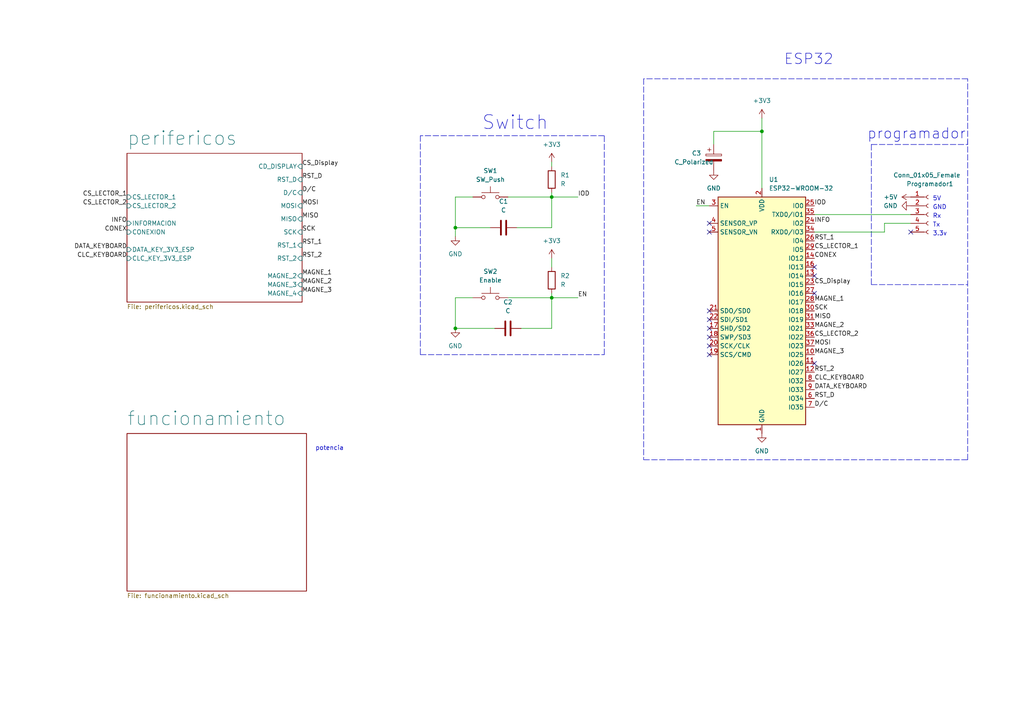
<source format=kicad_sch>
(kicad_sch (version 20211123) (generator eeschema)
  (paper "A4")
  (lib_symbols
    (symbol "Connector:Conn_01x05_Female" (pin_names (offset 1.016) hide)
      (property "Reference" "J" (at 0 7.62 0))
      (property "Value" "Conn_01x05_Female" (at 0 -7.62 0))
      (symbol "Conn_01x05_Female_1_1"
        (arc (start 0 -4.572) (mid -0.508 -5.08) (end 0 -5.588) (stroke (width 0.1524)))
        (arc (start 0 -2.032) (mid -0.508 -2.54) (end 0 -3.048) (stroke (width 0.1524)))
        (polyline (pts (xy -1.27 -5.08) (xy -0.508 -5.08)) (stroke (width 0.1524)))
        (polyline (pts (xy -1.27 -2.54) (xy -0.508 -2.54)) (stroke (width 0.1524)))
        (polyline (pts (xy -1.27 0) (xy -0.508 0)) (stroke (width 0.1524)))
        (polyline (pts (xy -1.27 2.54) (xy -0.508 2.54)) (stroke (width 0.1524)))
        (polyline (pts (xy -1.27 5.08) (xy -0.508 5.08)) (stroke (width 0.1524)))
        (arc (start 0 0.508) (mid -0.508 0) (end 0 -0.508) (stroke (width 0.1524)))
        (arc (start 0 3.048) (mid -0.508 2.54) (end 0 2.032) (stroke (width 0.1524)))
        (arc (start 0 5.588) (mid -0.508 5.08) (end 0 4.572) (stroke (width 0.1524)))
        (pin passive line (at -5.08 5.08 0) (length 3.81) (name "Pin_1") (number "1"))
        (pin passive line (at -5.08 2.54 0) (length 3.81) (name "Pin_2") (number "2"))
        (pin passive line (at -5.08 0 0) (length 3.81) (name "Pin_3") (number "3"))
        (pin passive line (at -5.08 -2.54 0) (length 3.81) (name "Pin_4") (number "4"))
        (pin passive line (at -5.08 -5.08 0) (length 3.81) (name "Pin_5") (number "5"))
      )
    )
    (symbol "Device:C" (pin_numbers hide) (pin_names (offset 0.254))
      (property "Reference" "C" (at 0.635 2.54 0))
      (property "Value" "C" (at 0.635 -2.54 0))
      (symbol "C_0_1"
        (polyline (pts (xy -2.032 -0.762) (xy 2.032 -0.762)) (stroke (width 0.508)))
        (polyline (pts (xy -2.032 0.762) (xy 2.032 0.762)) (stroke (width 0.508)))
      )
      (symbol "C_1_1"
        (pin passive line (at 0 3.81 270) (length 2.794) (name "~") (number "1"))
        (pin passive line (at 0 -3.81 90) (length 2.794) (name "~") (number "2"))
      )
    )
    (symbol "Device:C_Polarized" (pin_numbers hide) (pin_names (offset 0.254))
      (property "Reference" "C" (at 0.635 2.54 0))
      (property "Value" "C_Polarized" (at 0.635 -2.54 0))
      (symbol "C_Polarized_0_1"
        (rectangle (start -2.286 0.508) (end 2.286 1.016))
        (polyline (pts (xy -1.778 2.286) (xy -0.762 2.286)))
        (polyline (pts (xy -1.27 2.794) (xy -1.27 1.778)))
        (rectangle (start 2.286 -0.508) (end -2.286 -1.016) (fill (type outline)))
      )
      (symbol "C_Polarized_1_1"
        (pin passive line (at 0 3.81 270) (length 2.794) (name "~") (number "1"))
        (pin passive line (at 0 -3.81 90) (length 2.794) (name "~") (number "2"))
      )
    )
    (symbol "Device:R" (pin_numbers hide) (pin_names (offset 0))
      (property "Reference" "R" (at 2.032 0 90))
      (property "Value" "R" (at 0 0 90))
      (symbol "R_0_1"
        (rectangle (start -1.016 -2.54) (end 1.016 2.54) (stroke (width 0.254)))
      )
      (symbol "R_1_1"
        (pin passive line (at 0 3.81 270) (length 1.27) (name "~") (number "1"))
        (pin passive line (at 0 -3.81 90) (length 1.27) (name "~") (number "2"))
      )
    )
    (symbol "RF_Module:ESP32-WROOM-32"
      (property "Reference" "U" (at -12.7 34.29 0))
      (property "Value" "ESP32-WROOM-32" (at 1.27 34.29 0))
      (symbol "ESP32-WROOM-32_0_1"
        (rectangle (start -12.7 33.02) (end 12.7 -33.02) (stroke (width 0.254)) (fill (type background)))
      )
      (symbol "ESP32-WROOM-32_1_1"
        (pin power_in line (at 0 -35.56 90) (length 2.54) (name "GND") (number "1"))
        (pin bidirectional line (at 15.24 -12.7 180) (length 2.54) (name "IO25") (number "10"))
        (pin bidirectional line (at 15.24 -15.24 180) (length 2.54) (name "IO26") (number "11"))
        (pin bidirectional line (at 15.24 -17.78 180) (length 2.54) (name "IO27") (number "12"))
        (pin bidirectional line (at 15.24 10.16 180) (length 2.54) (name "IO14") (number "13"))
        (pin bidirectional line (at 15.24 15.24 180) (length 2.54) (name "IO12") (number "14"))
        (pin passive line (at 0 -35.56 90) (length 2.54) hide (name "GND") (number "15"))
        (pin bidirectional line (at 15.24 12.7 180) (length 2.54) (name "IO13") (number "16"))
        (pin bidirectional line (at -15.24 -5.08 0) (length 2.54) (name "SHD/SD2") (number "17"))
        (pin bidirectional line (at -15.24 -7.62 0) (length 2.54) (name "SWP/SD3") (number "18"))
        (pin bidirectional line (at -15.24 -12.7 0) (length 2.54) (name "SCS/CMD") (number "19"))
        (pin power_in line (at 0 35.56 270) (length 2.54) (name "VDD") (number "2"))
        (pin bidirectional line (at -15.24 -10.16 0) (length 2.54) (name "SCK/CLK") (number "20"))
        (pin bidirectional line (at -15.24 0 0) (length 2.54) (name "SDO/SD0") (number "21"))
        (pin bidirectional line (at -15.24 -2.54 0) (length 2.54) (name "SDI/SD1") (number "22"))
        (pin bidirectional line (at 15.24 7.62 180) (length 2.54) (name "IO15") (number "23"))
        (pin bidirectional line (at 15.24 25.4 180) (length 2.54) (name "IO2") (number "24"))
        (pin bidirectional line (at 15.24 30.48 180) (length 2.54) (name "IO0") (number "25"))
        (pin bidirectional line (at 15.24 20.32 180) (length 2.54) (name "IO4") (number "26"))
        (pin bidirectional line (at 15.24 5.08 180) (length 2.54) (name "IO16") (number "27"))
        (pin bidirectional line (at 15.24 2.54 180) (length 2.54) (name "IO17") (number "28"))
        (pin bidirectional line (at 15.24 17.78 180) (length 2.54) (name "IO5") (number "29"))
        (pin input line (at -15.24 30.48 0) (length 2.54) (name "EN") (number "3"))
        (pin bidirectional line (at 15.24 0 180) (length 2.54) (name "IO18") (number "30"))
        (pin bidirectional line (at 15.24 -2.54 180) (length 2.54) (name "IO19") (number "31"))
        (pin no_connect line (at -12.7 -27.94 0) (length 2.54) hide (name "NC") (number "32"))
        (pin bidirectional line (at 15.24 -5.08 180) (length 2.54) (name "IO21") (number "33"))
        (pin bidirectional line (at 15.24 22.86 180) (length 2.54) (name "RXD0/IO3") (number "34"))
        (pin bidirectional line (at 15.24 27.94 180) (length 2.54) (name "TXD0/IO1") (number "35"))
        (pin bidirectional line (at 15.24 -7.62 180) (length 2.54) (name "IO22") (number "36"))
        (pin bidirectional line (at 15.24 -10.16 180) (length 2.54) (name "IO23") (number "37"))
        (pin passive line (at 0 -35.56 90) (length 2.54) hide (name "GND") (number "38"))
        (pin passive line (at 0 -35.56 90) (length 2.54) hide (name "GND") (number "39"))
        (pin input line (at -15.24 25.4 0) (length 2.54) (name "SENSOR_VP") (number "4"))
        (pin input line (at -15.24 22.86 0) (length 2.54) (name "SENSOR_VN") (number "5"))
        (pin input line (at 15.24 -25.4 180) (length 2.54) (name "IO34") (number "6"))
        (pin input line (at 15.24 -27.94 180) (length 2.54) (name "IO35") (number "7"))
        (pin bidirectional line (at 15.24 -20.32 180) (length 2.54) (name "IO32") (number "8"))
        (pin bidirectional line (at 15.24 -22.86 180) (length 2.54) (name "IO33") (number "9"))
      )
    )
    (symbol "Switch:SW_Push" (pin_numbers hide) (pin_names (offset 1.016) hide)
      (property "Reference" "SW" (at 1.27 2.54 0))
      (property "Value" "SW_Push" (at 0 -1.524 0))
      (symbol "SW_Push_0_1"
        (circle (center -2.032 0) (radius 0.508))
        (polyline (pts (xy 0 1.27) (xy 0 3.048)))
        (polyline (pts (xy 2.54 1.27) (xy -2.54 1.27)))
        (circle (center 2.032 0) (radius 0.508))
        (pin passive line (at -5.08 0 0) (length 2.54) (name "1") (number "1"))
        (pin passive line (at 5.08 0 180) (length 2.54) (name "2") (number "2"))
      )
    )
    (symbol "power:+3.3V" (power) (pin_names (offset 0))
      (property "Value" "+3.3V" (at 0 3.556 0))
      (symbol "+3.3V_0_1"
        (polyline (pts (xy -0.762 1.27) (xy 0 2.54)))
        (polyline (pts (xy 0 0) (xy 0 2.54)))
        (polyline (pts (xy 0 2.54) (xy 0.762 1.27)))
      )
      (symbol "+3.3V_1_1"
        (pin power_in line (at 0 0 90) (length 0) hide (name "+3V3") (number "1"))
      )
    )
    (symbol "power:+5V" (power) (pin_names (offset 0))
      (property "Value" "+5V" (at 0 3.556 0))
      (symbol "+5V_0_1"
        (polyline (pts (xy -0.762 1.27) (xy 0 2.54)))
        (polyline (pts (xy 0 0) (xy 0 2.54)))
        (polyline (pts (xy 0 2.54) (xy 0.762 1.27)))
      )
      (symbol "+5V_1_1"
        (pin power_in line (at 0 0 90) (length 0) hide (name "+5V") (number "1"))
      )
    )
    (symbol "power:GND" (power) (pin_names (offset 0))
      (property "Value" "GND" (at 0 -3.81 0))
      (symbol "GND_0_1"
        (polyline (pts (xy 0 0) (xy 0 -1.27) (xy 1.27 -1.27) (xy 0 -2.54) (xy -1.27 -1.27) (xy 0 -1.27)))
      )
      (symbol "GND_1_1"
        (pin power_in line (at 0 0 270) (length 0) hide (name "GND") (number "1"))
      )
    )
  )
  (junction (at 160.02 57.15))
  (junction (at 220.98 38.1))
  (junction (at 132.08 95.25))
  (junction (at 160.02 86.36))
  (junction (at 132.08 66.04))
  (no_connect (at 264.16 67.31))
  (no_connect (at 205.74 64.77))
  (no_connect (at 205.74 67.31))
  (no_connect (at 236.22 85.09))
  (no_connect (at 205.74 102.87))
  (no_connect (at 236.22 105.41))
  (no_connect (at 205.74 90.17))
  (no_connect (at 205.74 92.71))
  (no_connect (at 205.74 95.25))
  (no_connect (at 205.74 97.79))
  (no_connect (at 205.74 100.33))
  (no_connect (at 236.22 80.01))
  (no_connect (at 236.22 77.47))
  (polyline (pts (xy 186.69 22.86) (xy 186.69 133.35)))
  (wire (pts (xy 151.13 95.25) (xy 160.02 95.25)))
  (polyline (pts (xy 121.92 39.37) (xy 121.92 102.87)))
  (polyline (pts (xy 252.73 41.91) (xy 280.67 41.91)))
  (wire (pts (xy 132.08 66.04) (xy 132.08 68.58)))
  (polyline (pts (xy 175.26 39.37) (xy 121.92 39.37)))
  (wire (pts (xy 236.22 67.31) (xy 256.54 67.31)))
  (wire (pts (xy 147.32 57.15) (xy 160.02 57.15)))
  (polyline (pts (xy 252.73 41.91) (xy 252.73 82.55)))
  (polyline (pts (xy 252.73 82.55) (xy 280.67 82.55)))
  (wire (pts (xy 160.02 46.99) (xy 160.02 48.26)))
  (polyline (pts (xy 175.26 102.87) (xy 175.26 39.37)))
  (wire (pts (xy 132.08 86.36) (xy 137.16 86.36)))
  (wire (pts (xy 160.02 74.93) (xy 160.02 77.47)))
  (wire (pts (xy 256.54 67.31) (xy 256.54 64.77)))
  (wire (pts (xy 160.02 95.25) (xy 160.02 86.36)))
  (wire (pts (xy 160.02 57.15) (xy 160.02 55.88)))
  (polyline (pts (xy 280.67 41.91) (xy 280.67 40.64)))
  (wire (pts (xy 132.08 86.36) (xy 132.08 95.25)))
  (polyline (pts (xy 121.92 102.87) (xy 175.26 102.87)))
  (wire (pts (xy 236.22 62.23) (xy 264.16 62.23)))
  (wire (pts (xy 160.02 57.15) (xy 167.64 57.15)))
  (polyline (pts (xy 186.69 133.35) (xy 196.85 133.35)))
  (polyline (pts (xy 280.67 133.35) (xy 280.67 22.86)))
  (wire (pts (xy 207.01 38.1) (xy 220.98 38.1)))
  (wire (pts (xy 220.98 38.1) (xy 220.98 54.61)))
  (wire (pts (xy 160.02 86.36) (xy 167.64 86.36)))
  (wire (pts (xy 207.01 41.91) (xy 207.01 38.1)))
  (polyline (pts (xy 280.67 22.86) (xy 186.69 22.86)))
  (wire (pts (xy 220.98 34.29) (xy 220.98 38.1)))
  (polyline (pts (xy 194.31 133.35) (xy 280.67 133.35)))
  (wire (pts (xy 160.02 66.04) (xy 160.02 57.15)))
  (wire (pts (xy 132.08 66.04) (xy 142.24 66.04)))
  (wire (pts (xy 132.08 57.15) (xy 132.08 66.04)))
  (wire (pts (xy 147.32 86.36) (xy 160.02 86.36)))
  (wire (pts (xy 149.86 66.04) (xy 160.02 66.04)))
  (wire (pts (xy 160.02 86.36) (xy 160.02 85.09)))
  (wire (pts (xy 256.54 64.77) (xy 264.16 64.77)))
  (wire (pts (xy 201.93 59.69) (xy 205.74 59.69)))
  (wire (pts (xy 132.08 95.25) (xy 143.51 95.25)))
  (wire (pts (xy 132.08 57.15) (xy 137.16 57.15)))
  (text "5V\n" (at 270.51 58.42 0) (effects (font (size 1.27 1.27)) (justify left bottom)))
  (text "Tx\n" (at 270.51 66.04 0) (effects (font (size 1.27 1.27)) (justify left bottom)))
  (text "GND\n" (at 270.51 60.96 0) (effects (font (size 1.27 1.27)) (justify left bottom)))
  (text "potencia\n" (at 91.44 130.81 0) (effects (font (size 1.27 1.27)) (justify left bottom)))
  (text "Switch\n\n" (at 139.7 44.45 0) (effects (font (size 4 4)) (justify left bottom)))
  (text "ESP32\n" (at 227.33 19.05 0) (effects (font (size 3 3)) (justify left bottom)))
  (text "Rx\n" (at 270.51 63.5 0) (effects (font (size 1.27 1.27)) (justify left bottom)))
  (text "programador\n" (at 251.46 40.64 0) (effects (font (size 3 3)) (justify left bottom)))
  (text "3.3v\n" (at 270.51 68.58 0) (effects (font (size 1.27 1.27)) (justify left bottom)))
  (label "MAGNE_3" (at 236.22 102.87 0))
  (label "CS_Display" (at 87.63 48.26 0))
  (label "MISO" (at 87.63 63.5 0))
  (label "CS_LECTOR_2" (at 36.83 59.69 180))
  (label "D{slash}C" (at 87.63 55.88 0))
  (label "DATA_KEYBOARD" (at 36.83 72.39 180))
  (label "RST_D" (at 87.63 52.07 0))
  (label "IOD" (at 167.64 57.15 0))
  (label "CS_LECTOR_1" (at 236.22 72.39 0))
  (label "CONEX" (at 36.83 67.31 180))
  (label "MOSI" (at 87.63 59.69 0))
  (label "IOD" (at 236.22 59.69 0))
  (label "INFO" (at 36.83 64.77 180))
  (label "D{slash}C" (at 236.22 118.11 0))
  (label "RST_1" (at 87.63 71.12 0))
  (label "RST_2" (at 87.63 74.93 0))
  (label "CLC_KEYBOARD" (at 36.83 74.93 180))
  (label "SCK" (at 87.63 67.31 0))
  (label "SCK" (at 236.22 90.17 0))
  (label "MISO" (at 236.22 92.71 0))
  (label "RST_D" (at 236.22 115.57 0))
  (label "RST_1" (at 236.22 69.85 0))
  (label "MAGNE_2" (at 236.22 95.25 0))
  (label "MOSI" (at 236.22 100.33 0))
  (label "MAGNE_2" (at 87.63 82.55 0))
  (label "EN" (at 201.93 59.69 0))
  (label "INFO" (at 236.22 64.77 0))
  (label "MAGNE_1" (at 87.63 80.01 0))
  (label "EN" (at 167.64 86.36 0))
  (label "CLC_KEYBOARD" (at 236.22 110.49 0))
  (label "RST_2" (at 236.22 107.95 0))
  (label "MAGNE_3" (at 87.63 85.09 0))
  (label "DATA_KEYBOARD" (at 236.22 113.03 0))
  (label "CS_LECTOR_2" (at 236.22 97.79 0))
  (label "MAGNE_1" (at 236.22 87.63 0))
  (label "CS_Display" (at 236.22 82.55 0))
  (label "CS_LECTOR_1" (at 36.83 57.15 180))
  (label "CONEX" (at 236.22 74.93 0))
  (symbol (lib_id "Device:C_Polarized") (at 207.01 45.72 0) (unit 1)
    (property "Reference" "C3" (at 200.66 44.45 0) (effects (justify left)))
    (property "Value" "C_Polarized" (at 195.58 46.99 0) (effects (justify left)))
    (property "Footprint" "Capacitor_SMD:C_0805_2012Metric_Pad1.18x1.45mm_HandSolder" (effects hide))
    (property "Página Compra" "https://articulo.mercadolibre.com.co/MCO-867216437-x2-47uf-16v-smd-condensador-electrolitico-de-aluminio-_JM#position=4&search_layout=stack&type=item&tracking_id=4109510f-dc30-4b22-b5f2-622256f4e89a" (effects hide))
  )
  (symbol (lib_id "power:+3.3V") (at 160.02 46.99 0) (unit 1)
    (property "Reference" "#PWR011" (effects hide))
    (property "Value" "+3.3V" (at 160.02 41.91 0))
  )
  (symbol (lib_id "power:+3.3V") (at 160.02 74.93 0) (unit 1)
    (property "Reference" "#PWR012" (effects hide))
    (property "Value" "+3.3V" (at 160.02 69.85 0))
  )
  (symbol (lib_id "power:GND") (at 132.08 68.58 0) (unit 1)
    (property "Reference" "#PWR09" (effects hide))
    (property "Value" "GND" (at 132.08 73.66 0))
  )
  (symbol (lib_id "power:GND") (at 132.08 95.25 0) (unit 1)
    (property "Reference" "#PWR010" (effects hide))
    (property "Value" "GND" (at 132.08 100.33 0))
  )
  (symbol (lib_id "power:GND") (at 220.98 125.73 0) (unit 1)
    (property "Reference" "#PWR015" (effects hide))
    (property "Value" "GND" (at 220.98 130.81 0))
  )
  (symbol (lib_id "power:+3.3V") (at 220.98 34.29 0) (unit 1)
    (property "Reference" "#PWR014" (effects hide))
    (property "Value" "+3.3V" (at 220.98 29.21 0))
  )
  (symbol (lib_id "Connector:Conn_01x05_Female") (at 269.24 62.23 0) (unit 1)
    (property "Reference" "Programador1" (at 262.89 53.34 0) (effects (justify left)))
    (property "Value" "Conn_01x05_Female" (at 259.08 50.8 0) (effects (justify left)))
    (property "Footprint" "Connector_PinSocket_2.54mm:PinSocket_1x05_P2.54mm_Horizontal" (effects hide))
  )
  (symbol (lib_id "Switch:SW_Push") (at 142.24 57.15 0) (unit 1)
    (property "Reference" "SW1" (at 142.24 49.53 0))
    (property "Value" "SW_Push" (at 142.24 52.07 0))
    (property "Footprint" "Button_Switch_SMD:SW_SPST_EVQQ2" (effects hide))
  )
  (symbol (lib_id "Switch:SW_Push") (at 142.24 86.36 0) (unit 1)
    (property "Reference" "SW2" (at 142.24 78.74 0))
    (property "Value" "Enable" (at 142.24 81.28 0))
    (property "Footprint" "Button_Switch_SMD:SW_SPST_CK_RS282G05A3" (effects hide))
  )
  (symbol (lib_id "Device:R") (at 160.02 52.07 0) (unit 1)
    (property "Reference" "R1" (at 162.56 50.7999 0) (effects (justify left)))
    (property "Value" "R" (at 162.56 53.3399 0) (effects (justify left)))
    (property "Footprint" "Resistor_SMD:R_0805_2012Metric_Pad1.20x1.40mm_HandSolder" (effects hide))
  )
  (symbol (lib_id "Device:C") (at 146.05 66.04 90) (unit 1)
    (property "Reference" "C1" (at 146.05 58.42 90))
    (property "Value" "C" (at 146.05 60.96 90))
    (property "Footprint" "Capacitor_SMD:C_0805_2012Metric_Pad1.18x1.45mm_HandSolder" (effects hide))
  )
  (symbol (lib_id "power:GND") (at 207.01 49.53 0) (unit 1)
    (property "Reference" "#PWR013" (effects hide))
    (property "Value" "GND" (at 207.01 54.61 0))
  )
  (symbol (lib_id "power:GND") (at 264.16 59.69 270) (unit 1)
    (property "Reference" "#PWR017" (effects hide))
    (property "Value" "GND" (at 260.35 59.6899 90) (effects (justify right)))
  )
  (symbol (lib_id "power:+5V") (at 264.16 57.15 90) (unit 1)
    (property "Reference" "#PWR016" (effects hide))
    (property "Value" "+5V" (at 260.35 57.1499 90) (effects (justify left)))
  )
  (symbol (lib_id "Device:C") (at 147.32 95.25 90) (unit 1)
    (property "Reference" "C2" (at 147.32 87.63 90))
    (property "Value" "C" (at 147.32 90.17 90))
    (property "Footprint" "Capacitor_SMD:C_0805_2012Metric_Pad1.18x1.45mm_HandSolder" (effects hide))
  )
  (symbol (lib_id "Device:R") (at 160.02 81.28 0) (unit 1)
    (property "Reference" "R2" (at 162.56 80.0099 0) (effects (justify left)))
    (property "Value" "R" (at 162.56 82.5499 0) (effects (justify left)))
    (property "Footprint" "Resistor_SMD:R_0805_2012Metric_Pad1.20x1.40mm_HandSolder" (effects hide))
  )
  (symbol (lib_id "RF_Module:ESP32-WROOM-32") (at 220.98 90.17 0) (unit 1)
    (property "Reference" "U1" (at 222.9994 52.07 0) (effects (justify left)))
    (property "Value" "ESP32-WROOM-32" (at 222.9994 54.61 0) (effects (justify left)))
    (property "Footprint" "RF_Module:ESP32-WROOM-32" (effects hide))
    (property "Datasheet" "https://www.espressif.com/sites/default/files/documentation/esp32-wroom-32_datasheet_en.pdf" (effects hide))
  )
  (sheet (at 36.83 125.73) (size 52.07 45.72) (stroke (width 0.1524))
    (property "Sheet name" "funcionamiento" (at 36.83 123.6534 0) (effects (font (size 4 4)) (justify left bottom)))
    (property "Sheet file" "funcionamiento.kicad_sch" (at 36.83 172.0346 0) (effects (justify left top)))
  )
  (sheet (at 36.83 44.45) (size 50.8 43.18) (stroke (width 0.1524))
    (property "Sheet name" "perifericos" (at 36.83 42.3734 0) (effects (font (size 4 4)) (justify left bottom)))
    (property "Sheet file" "perifericos.kicad_sch" (at 36.83 88.2146 0) (effects (justify left top)))
    (pin "CD_DISPLAY" input (at 87.63 48.26 0))
    (pin "RST_D" input (at 87.63 52.07 0))
    (pin "D{slash}C" input (at 87.63 55.88 0))
    (pin "MOSI" input (at 87.63 59.69 0))
    (pin "MISO" input (at 87.63 63.5 0))
    (pin "SCK" input (at 87.63 67.31 0))
    (pin "MAGNE_2" input (at 87.63 80.01 0))
    (pin "MAGNE_3" input (at 87.63 82.55 0))
    (pin "MAGNE_4" input (at 87.63 85.09 0))
    (pin "CS_LECTOR_1" input (at 36.83 57.15 180))
    (pin "CS_LECTOR_2" input (at 36.83 59.69 180))
    (pin "RST_1" input (at 87.63 71.12 0))
    (pin "RST_2" input (at 87.63 74.93 0))
    (pin "INFORMACION" input (at 36.83 64.77 180))
    (pin "CONEXION" input (at 36.83 67.31 180))
    (pin "DATA_KEY_3V3_ESP" input (at 36.83 72.39 180))
    (pin "CLC_KEY_3V3_ESP" input (at 36.83 74.93 180))
  )
)
</source>
